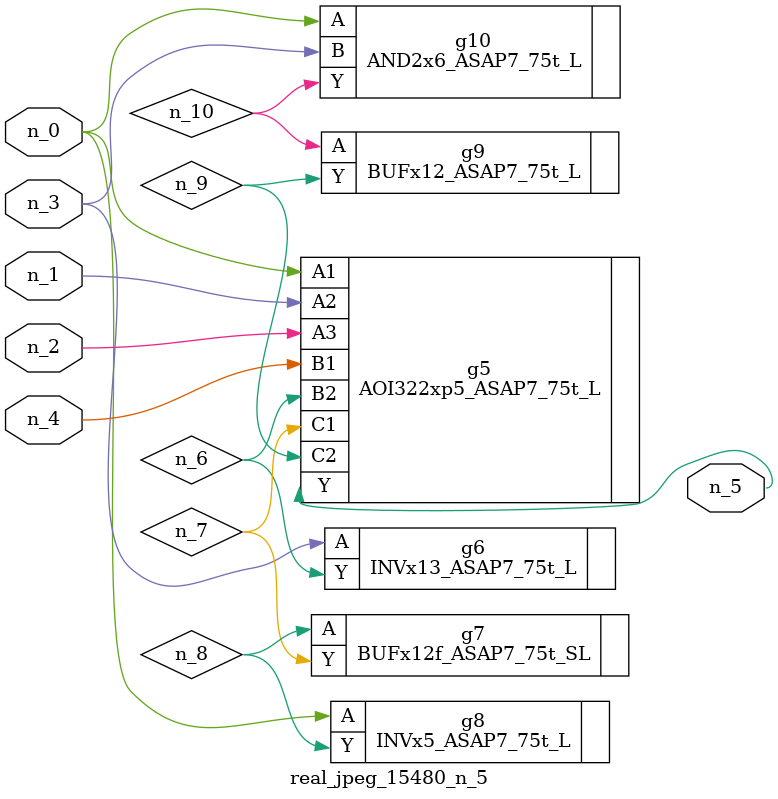
<source format=v>
module real_jpeg_15480_n_5 (n_4, n_0, n_1, n_2, n_3, n_5);

input n_4;
input n_0;
input n_1;
input n_2;
input n_3;

output n_5;

wire n_8;
wire n_6;
wire n_7;
wire n_10;
wire n_9;

AOI322xp5_ASAP7_75t_L g5 ( 
.A1(n_0),
.A2(n_1),
.A3(n_2),
.B1(n_4),
.B2(n_6),
.C1(n_7),
.C2(n_9),
.Y(n_5)
);

INVx5_ASAP7_75t_L g8 ( 
.A(n_0),
.Y(n_8)
);

AND2x6_ASAP7_75t_L g10 ( 
.A(n_0),
.B(n_3),
.Y(n_10)
);

INVx13_ASAP7_75t_L g6 ( 
.A(n_3),
.Y(n_6)
);

BUFx12f_ASAP7_75t_SL g7 ( 
.A(n_8),
.Y(n_7)
);

BUFx12_ASAP7_75t_L g9 ( 
.A(n_10),
.Y(n_9)
);


endmodule
</source>
